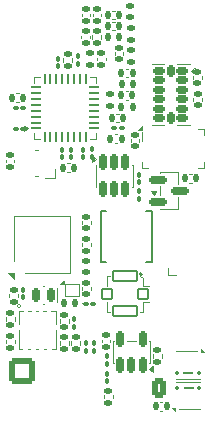
<source format=gbr>
%TF.GenerationSoftware,KiCad,Pcbnew,9.0.1*%
%TF.CreationDate,2025-11-18T22:08:47-05:00*%
%TF.ProjectId,OshEasyMini,4f736845-6173-4794-9d69-6e692e6b6963,rev?*%
%TF.SameCoordinates,Original*%
%TF.FileFunction,Legend,Bot*%
%TF.FilePolarity,Positive*%
%FSLAX46Y46*%
G04 Gerber Fmt 4.6, Leading zero omitted, Abs format (unit mm)*
G04 Created by KiCad (PCBNEW 9.0.1) date 2025-11-18 22:08:47*
%MOMM*%
%LPD*%
G01*
G04 APERTURE LIST*
G04 Aperture macros list*
%AMRoundRect*
0 Rectangle with rounded corners*
0 $1 Rounding radius*
0 $2 $3 $4 $5 $6 $7 $8 $9 X,Y pos of 4 corners*
0 Add a 4 corners polygon primitive as box body*
4,1,4,$2,$3,$4,$5,$6,$7,$8,$9,$2,$3,0*
0 Add four circle primitives for the rounded corners*
1,1,$1+$1,$2,$3*
1,1,$1+$1,$4,$5*
1,1,$1+$1,$6,$7*
1,1,$1+$1,$8,$9*
0 Add four rect primitives between the rounded corners*
20,1,$1+$1,$2,$3,$4,$5,0*
20,1,$1+$1,$4,$5,$6,$7,0*
20,1,$1+$1,$6,$7,$8,$9,0*
20,1,$1+$1,$8,$9,$2,$3,0*%
%AMFreePoly0*
4,1,17,1.515000,0.170000,0.915000,0.170000,0.915000,-0.080000,1.515000,-0.080000,1.515000,-0.480000,0.915000,-0.480000,0.915000,-0.505000,-0.395000,-0.505000,-0.395000,-1.005000,-0.825000,-1.005000,-0.825000,-0.625000,-0.915000,-0.625000,-0.915000,0.505000,0.815000,0.505000,0.815000,0.570000,1.515000,0.570000,1.515000,0.170000,1.515000,0.170000,$1*%
%AMFreePoly1*
4,1,17,-0.395000,0.505000,0.915000,0.505000,0.915000,0.480000,1.515000,0.480000,1.515000,0.080000,0.915000,0.080000,0.915000,-0.170000,1.515000,-0.170000,1.515000,-0.570000,0.815000,-0.570000,0.815000,-0.505000,-0.915000,-0.505000,-0.915000,0.625000,-0.825000,0.625000,-0.825000,1.005000,-0.395000,1.005000,-0.395000,0.505000,-0.395000,0.505000,$1*%
%AMFreePoly2*
4,1,15,1.100000,0.175000,0.750000,0.175000,0.750000,-0.175000,1.100000,-0.175000,1.100000,-0.475000,0.750000,-0.475000,-0.750000,-0.475000,-1.100000,-0.475000,-1.100000,-0.175000,-0.750000,-0.175000,-0.750000,0.175000,-1.100000,0.175000,-1.100000,0.475000,1.100000,0.475000,1.100000,0.175000,1.100000,0.175000,$1*%
G04 Aperture macros list end*
%ADD10C,0.120000*%
%ADD11C,0.100000*%
%ADD12C,0.152400*%
%ADD13C,1.100000*%
%ADD14RoundRect,0.249999X-0.850001X-0.850001X0.850001X-0.850001X0.850001X0.850001X-0.850001X0.850001X0*%
%ADD15C,2.200000*%
%ADD16RoundRect,0.250000X0.350000X0.625000X-0.350000X0.625000X-0.350000X-0.625000X0.350000X-0.625000X0*%
%ADD17O,1.200000X1.750000*%
%ADD18C,4.700000*%
%ADD19RoundRect,0.140000X0.140000X0.170000X-0.140000X0.170000X-0.140000X-0.170000X0.140000X-0.170000X0*%
%ADD20RoundRect,0.150000X0.150000X0.450000X-0.150000X0.450000X-0.150000X-0.450000X0.150000X-0.450000X0*%
%ADD21RoundRect,0.100000X0.100000X-0.130000X0.100000X0.130000X-0.100000X0.130000X-0.100000X-0.130000X0*%
%ADD22RoundRect,0.135000X-0.185000X0.135000X-0.185000X-0.135000X0.185000X-0.135000X0.185000X0.135000X0*%
%ADD23RoundRect,0.135000X0.185000X-0.135000X0.185000X0.135000X-0.185000X0.135000X-0.185000X-0.135000X0*%
%ADD24RoundRect,0.140000X0.170000X-0.140000X0.170000X0.140000X-0.170000X0.140000X-0.170000X-0.140000X0*%
%ADD25R,0.550000X0.950000*%
%ADD26RoundRect,0.140000X-0.140000X-0.170000X0.140000X-0.170000X0.140000X0.170000X-0.140000X0.170000X0*%
%ADD27RoundRect,0.100000X-0.100000X0.130000X-0.100000X-0.130000X0.100000X-0.130000X0.100000X0.130000X0*%
%ADD28RoundRect,0.147500X0.172500X-0.147500X0.172500X0.147500X-0.172500X0.147500X-0.172500X-0.147500X0*%
%ADD29RoundRect,0.140000X-0.170000X0.140000X-0.170000X-0.140000X0.170000X-0.140000X0.170000X0.140000X0*%
%ADD30RoundRect,0.100000X-0.400000X0.400000X-0.400000X-0.400000X0.400000X-0.400000X0.400000X0.400000X0*%
%ADD31RoundRect,0.105000X-0.995000X0.420000X-0.995000X-0.420000X0.995000X-0.420000X0.995000X0.420000X0*%
%ADD32RoundRect,0.100000X0.130000X0.100000X-0.130000X0.100000X-0.130000X-0.100000X0.130000X-0.100000X0*%
%ADD33RoundRect,0.147500X0.147500X0.172500X-0.147500X0.172500X-0.147500X-0.172500X0.147500X-0.172500X0*%
%ADD34RoundRect,0.147500X-0.147500X-0.172500X0.147500X-0.172500X0.147500X0.172500X-0.147500X0.172500X0*%
%ADD35R,0.304800X0.762000*%
%ADD36R,3.098800X2.387600*%
%ADD37R,0.350000X0.760000*%
%ADD38FreePoly0,270.000000*%
%ADD39FreePoly1,270.000000*%
%ADD40R,2.000000X5.080000*%
%ADD41RoundRect,0.150000X-0.150000X0.512500X-0.150000X-0.512500X0.150000X-0.512500X0.150000X0.512500X0*%
%ADD42FreePoly2,180.000000*%
%ADD43RoundRect,0.075000X0.100000X0.075000X-0.100000X0.075000X-0.100000X-0.075000X0.100000X-0.075000X0*%
%ADD44RoundRect,0.058750X0.376250X0.058750X-0.376250X0.058750X-0.376250X-0.058750X0.376250X-0.058750X0*%
%ADD45RoundRect,0.150000X0.325000X0.150000X-0.325000X0.150000X-0.325000X-0.150000X0.325000X-0.150000X0*%
%ADD46RoundRect,0.150000X0.150000X0.325000X-0.150000X0.325000X-0.150000X-0.325000X0.150000X-0.325000X0*%
%ADD47RoundRect,0.150000X-0.587500X-0.150000X0.587500X-0.150000X0.587500X0.150000X-0.587500X0.150000X0*%
%ADD48RoundRect,0.100000X-0.130000X-0.100000X0.130000X-0.100000X0.130000X0.100000X-0.130000X0.100000X0*%
%ADD49C,0.370000*%
%ADD50C,0.990600*%
%ADD51C,0.787400*%
%ADD52RoundRect,0.150000X0.150000X-0.512500X0.150000X0.512500X-0.150000X0.512500X-0.150000X-0.512500X0*%
%ADD53R,0.180000X0.250000*%
%ADD54R,0.900000X0.800000*%
%ADD55RoundRect,0.062500X-0.375000X-0.062500X0.375000X-0.062500X0.375000X0.062500X-0.375000X0.062500X0*%
%ADD56RoundRect,0.062500X-0.062500X-0.375000X0.062500X-0.375000X0.062500X0.375000X-0.062500X0.375000X0*%
%ADD57R,3.450000X3.450000*%
%ADD58FreePoly2,0.000000*%
%ADD59RoundRect,0.075000X-0.100000X-0.075000X0.100000X-0.075000X0.100000X0.075000X-0.100000X0.075000X0*%
%ADD60RoundRect,0.058750X-0.376250X-0.058750X0.376250X-0.058750X0.376250X0.058750X-0.376250X0.058750X0*%
G04 APERTURE END LIST*
D10*
%TO.C,C42*%
X99487342Y-31320235D02*
X99271670Y-31320235D01*
X99487342Y-32040235D02*
X99271670Y-32040235D01*
%TO.C,Y2*%
X93470203Y-54597890D02*
X93390203Y-54597890D01*
X93470203Y-56117890D02*
X93390203Y-56117890D01*
X94590203Y-54757890D02*
X94590203Y-55957890D01*
%TO.C,C39*%
X100623728Y-36220123D02*
X100408056Y-36220123D01*
X100623728Y-36940123D02*
X100408056Y-36940123D01*
%TO.C,R15*%
X94810000Y-57426359D02*
X94810000Y-57733641D01*
X95570000Y-57426359D02*
X95570000Y-57733641D01*
%TO.C,R54*%
X96662106Y-51254896D02*
X96662106Y-50947614D01*
X97422106Y-51254896D02*
X97422106Y-50947614D01*
%TO.C,C41*%
X99483127Y-32237834D02*
X99267455Y-32237834D01*
X99483127Y-32957834D02*
X99267455Y-32957834D01*
%TO.C,C7*%
X106110391Y-37070967D02*
X106110391Y-36855295D01*
X106830391Y-37070967D02*
X106830391Y-36855295D01*
%TO.C,U4*%
X101813365Y-41609904D02*
X101813364Y-42359904D01*
X101813365Y-44109904D02*
X101813365Y-44609904D01*
X101813365Y-44609904D02*
X102313365Y-44609904D01*
X106513365Y-44609904D02*
X107013365Y-44609904D01*
X107013365Y-41309904D02*
X106513365Y-41309904D01*
X107013365Y-41809904D02*
X107013365Y-41309904D01*
X107013365Y-44609904D02*
X107013365Y-44109904D01*
X101813365Y-41409904D02*
X101453364Y-41409904D01*
X101813364Y-41049904D01*
X101813365Y-41409904D01*
G36*
X101813365Y-41409904D02*
G01*
X101453364Y-41409904D01*
X101813364Y-41049904D01*
X101813365Y-41409904D01*
G37*
%TO.C,C27*%
X99462164Y-41770000D02*
X99677836Y-41770000D01*
X99462164Y-42490000D02*
X99677836Y-42490000D01*
%TO.C,C9*%
X100840000Y-42387836D02*
X100840000Y-42172164D01*
X101560000Y-42387836D02*
X101560000Y-42172164D01*
%TO.C,C13*%
X91123142Y-38300977D02*
X91338814Y-38300977D01*
X91123142Y-39020977D02*
X91338814Y-39020977D01*
%TO.C,C37*%
X100378413Y-38102500D02*
X100594085Y-38102500D01*
X100378413Y-38822500D02*
X100594085Y-38822500D01*
%TO.C,R19*%
X90520000Y-55580725D02*
X90520000Y-55273443D01*
X91280000Y-55580725D02*
X91280000Y-55273443D01*
%TO.C,C52*%
X96701441Y-54724317D02*
X96701441Y-54939989D01*
X97421441Y-54724317D02*
X97421441Y-54939989D01*
%TO.C,J5*%
X98826594Y-53770378D02*
X98826594Y-54570378D01*
X98826594Y-55970378D02*
X98826594Y-56770378D01*
X98826594Y-56770378D02*
X99026594Y-56770378D01*
X99026594Y-53770378D02*
X98826594Y-53770378D01*
X101626594Y-56770378D02*
X101826594Y-56770378D01*
X101826594Y-53970378D02*
X101626594Y-53770378D01*
X101826594Y-54570378D02*
X101826594Y-53970378D01*
X101826594Y-54570378D02*
X102326594Y-54570378D01*
X101826594Y-55970378D02*
X102326594Y-55970378D01*
X101826594Y-56770378D02*
X101826594Y-55970378D01*
%TO.C,C36*%
X97598005Y-31562931D02*
X97598005Y-31778603D01*
X98318005Y-31562931D02*
X98318005Y-31778603D01*
D11*
%TO.C,D6*%
X96791183Y-56071328D02*
G75*
G02*
X96691185Y-56071328I-49999J0D01*
G01*
X96691185Y-56071328D02*
G75*
G02*
X96791183Y-56071328I49999J0D01*
G01*
D10*
%TO.C,R12*%
X95126249Y-35308859D02*
X95126249Y-35616141D01*
X95886249Y-35308859D02*
X95886249Y-35616141D01*
D12*
%TO.C,U19*%
X98278150Y-48246800D02*
X98764560Y-48246800D01*
X98278150Y-52590200D02*
X98278150Y-48246800D01*
X98764560Y-52590200D02*
X98278150Y-52590200D01*
X102135140Y-48246800D02*
X102621550Y-48246800D01*
X102621550Y-48246800D02*
X102621550Y-52590200D01*
X102621550Y-52590200D02*
X102135140Y-52590200D01*
X101751600Y-53618900D02*
G75*
G02*
X101548400Y-53618900I-101600J0D01*
G01*
X101548400Y-53618900D02*
G75*
G02*
X101751600Y-53618900I101600J0D01*
G01*
D11*
%TO.C,U20*%
X91318463Y-56703325D02*
X91318463Y-58103325D01*
X91318463Y-58103325D02*
X91318463Y-59903325D01*
X91318463Y-59903325D02*
X94518463Y-59903325D01*
X94518463Y-56703325D02*
X91318463Y-56703325D01*
X94518463Y-59903325D02*
X94518463Y-56703325D01*
X91509884Y-56303325D02*
G75*
G02*
X91227042Y-56303325I-141421J0D01*
G01*
X91227042Y-56303325D02*
G75*
G02*
X91509884Y-56303325I141421J0D01*
G01*
D10*
%TO.C,C31*%
X96646249Y-33434664D02*
X96646249Y-33650336D01*
X97366249Y-33434664D02*
X97366249Y-33650336D01*
%TO.C,U2*%
X97859999Y-44377500D02*
X97859999Y-46197500D01*
X97859999Y-46197500D02*
X97909999Y-46197500D01*
X97909999Y-44377500D02*
X97859999Y-44377500D01*
X100929999Y-46197500D02*
X100979999Y-46197500D01*
X100979999Y-44377500D02*
X100929999Y-44377500D01*
X100979999Y-46197500D02*
X100979999Y-44377500D01*
X97909999Y-43837500D02*
X97579999Y-44077500D01*
X97579999Y-43597500D01*
X97909999Y-43837500D01*
G36*
X97909999Y-43837500D02*
G01*
X97579999Y-44077500D01*
X97579999Y-43597500D01*
X97909999Y-43837500D01*
G37*
%TO.C,R21*%
X98538131Y-64128951D02*
X98538131Y-63821669D01*
X99298131Y-64128951D02*
X99298131Y-63821669D01*
%TO.C,C43*%
X96708908Y-49348362D02*
X96708908Y-49132690D01*
X97428908Y-49348362D02*
X97428908Y-49132690D01*
%TO.C,C33*%
X99818909Y-40008044D02*
X99603237Y-40008044D01*
X99818909Y-40728044D02*
X99603237Y-40728044D01*
%TO.C,C38*%
X99460660Y-35031932D02*
X99460660Y-34816260D01*
X100180660Y-35031932D02*
X100180660Y-34816260D01*
%TO.C,Q3*%
X104683812Y-62448127D02*
X106683812Y-62448127D01*
X106453812Y-60148127D02*
X104683812Y-60148127D01*
X107053812Y-60238127D02*
X106773812Y-60238127D01*
X106773812Y-59958127D01*
X107053812Y-60238127D01*
G36*
X107053812Y-60238127D02*
G01*
X106773812Y-60238127D01*
X106773812Y-59958127D01*
X107053812Y-60238127D01*
G37*
%TO.C,U3*%
X102590000Y-35790000D02*
X102590000Y-35840001D01*
X102590000Y-40959999D02*
X102590000Y-41010000D01*
X102590000Y-41010000D02*
X103640000Y-41010000D01*
X103640000Y-35790000D02*
X102590000Y-35790000D01*
X104760000Y-41010000D02*
X105810000Y-41010000D01*
X105810000Y-35790000D02*
X104760000Y-35790000D01*
X105810000Y-35840001D02*
X105810000Y-35790000D01*
X105810000Y-41010000D02*
X105810000Y-40959999D01*
X106270000Y-36640000D02*
X105940000Y-36400000D01*
X106270000Y-36160000D01*
X106270000Y-36640000D01*
G36*
X106270000Y-36640000D02*
G01*
X105940000Y-36400000D01*
X106270000Y-36160000D01*
X106270000Y-36640000D01*
G37*
%TO.C,R18*%
X95783770Y-59601015D02*
X95783770Y-59293733D01*
X96543770Y-59601015D02*
X96543770Y-59293733D01*
%TO.C,U6*%
X103290000Y-44990000D02*
X103290000Y-45040000D01*
X103290000Y-46160000D02*
X103290000Y-46940000D01*
X103290000Y-48060000D02*
X103290000Y-48110000D01*
X103290000Y-48110000D02*
X104810000Y-48110000D01*
X104810000Y-44990000D02*
X103290000Y-44990000D01*
X104810000Y-45990000D02*
X104810000Y-44990000D01*
X104810000Y-48110000D02*
X104810000Y-47110000D01*
X102750000Y-46930000D02*
X102510000Y-46600000D01*
X102990000Y-46600000D01*
X102750000Y-46930000D01*
G36*
X102750000Y-46930000D02*
G01*
X102510000Y-46600000D01*
X102990000Y-46600000D01*
X102750000Y-46930000D01*
G37*
%TO.C,R16*%
X90234999Y-57257368D02*
X90234999Y-57564650D01*
X90994999Y-57257368D02*
X90994999Y-57564650D01*
%TO.C,C25*%
X90240000Y-44127836D02*
X90240000Y-43912164D01*
X90960000Y-44127836D02*
X90960000Y-43912164D01*
%TO.C,C8*%
X106123237Y-38706137D02*
X106123237Y-38921809D01*
X106843237Y-38706137D02*
X106843237Y-38921809D01*
%TO.C,C26*%
X95670906Y-44230231D02*
X95455234Y-44230231D01*
X95670906Y-44950231D02*
X95455234Y-44950231D01*
%TO.C,U1*%
X90909541Y-48705000D02*
X90909541Y-52495000D01*
X91909541Y-53495000D02*
X95699541Y-53495000D01*
X95699541Y-48705000D02*
X90909541Y-48705000D01*
X95699541Y-53495000D02*
X95699541Y-48705000D01*
X90909541Y-53995000D02*
X90409541Y-53495000D01*
X90909541Y-53495000D01*
X90909541Y-53995000D01*
G36*
X90909541Y-53995000D02*
G01*
X90409541Y-53495000D01*
X90909541Y-53495000D01*
X90909541Y-53995000D01*
G37*
%TO.C,J1*%
X103995000Y-53050000D02*
X103995000Y-53685000D01*
X103995000Y-53685000D02*
X104630000Y-53685000D01*
%TO.C,U17*%
X99322500Y-59290000D02*
X99322500Y-61110000D01*
X99322500Y-61110000D02*
X99372500Y-61110000D01*
X99372500Y-59290000D02*
X99322500Y-59290000D01*
X101272500Y-59290000D02*
X100492500Y-59290000D01*
X102392500Y-61110000D02*
X102442500Y-61110000D01*
X102442500Y-59290000D02*
X102392500Y-59290000D01*
X102442500Y-61110000D02*
X102442500Y-59290000D01*
X102722500Y-61890000D02*
X102392500Y-61650000D01*
X102722500Y-61410000D01*
X102722500Y-61890000D01*
G36*
X102722500Y-61890000D02*
G01*
X102392500Y-61650000D01*
X102722500Y-61410000D01*
X102722500Y-61890000D01*
G37*
%TO.C,FL1*%
X95277552Y-54464314D02*
X96477552Y-54464314D01*
X95277552Y-55464312D02*
X95277552Y-54464314D01*
X96477552Y-54464314D02*
X96477552Y-55464312D01*
X96477552Y-55464312D02*
X95277552Y-55464312D01*
X95127552Y-54464314D02*
X94847552Y-54464314D01*
X95127552Y-54184313D01*
X95127552Y-54464314D01*
G36*
X95127552Y-54464314D02*
G01*
X94847552Y-54464314D01*
X95127552Y-54184313D01*
X95127552Y-54464314D01*
G37*
%TO.C,Y1*%
X92960000Y-43090000D02*
X92740000Y-43090000D01*
X92960000Y-45310000D02*
X92740000Y-45310000D01*
X93600000Y-45490000D02*
X94390000Y-45490000D01*
X94390000Y-44700000D02*
X94390000Y-45490000D01*
%TO.C,C35*%
X96657289Y-31561654D02*
X96657289Y-31777326D01*
X97377289Y-31561654D02*
X97377289Y-31777326D01*
%TO.C,R13*%
X94807660Y-59591164D02*
X94807660Y-59283882D01*
X95567660Y-59591164D02*
X95567660Y-59283882D01*
%TO.C,C40*%
X97974962Y-35281281D02*
X97974962Y-35496953D01*
X98694962Y-35281281D02*
X98694962Y-35496953D01*
%TO.C,C10*%
X106007836Y-45140000D02*
X105792164Y-45140000D01*
X106007836Y-45860000D02*
X105792164Y-45860000D01*
%TO.C,R37*%
X102700000Y-60683640D02*
X102700000Y-60376358D01*
X103460000Y-60683640D02*
X103460000Y-60376358D01*
%TO.C,C20*%
X98360000Y-59377836D02*
X98360000Y-59162164D01*
X99080000Y-59377836D02*
X99080000Y-59162164D01*
%TO.C,C21*%
X103292164Y-64440000D02*
X103507836Y-64440000D01*
X103292164Y-65160000D02*
X103507836Y-65160000D01*
%TO.C,U8*%
X92665000Y-36915000D02*
X92665000Y-37390000D01*
X92665000Y-41660000D02*
X92665000Y-42135000D01*
X92665000Y-42135000D02*
X93140000Y-42135000D01*
X93140000Y-36915000D02*
X92665000Y-36915000D01*
X97410000Y-42135000D02*
X97885000Y-42135000D01*
X97885000Y-36915000D02*
X97410000Y-36915000D01*
X97885000Y-37390000D02*
X97885000Y-36915000D01*
X97885000Y-42135000D02*
X97885000Y-41660000D01*
X92135000Y-41275000D02*
X91805000Y-41515000D01*
X91805000Y-41035000D01*
X92135000Y-41275000D01*
G36*
X92135000Y-41275000D02*
G01*
X91805000Y-41515000D01*
X91805000Y-41035000D01*
X92135000Y-41275000D01*
G37*
%TO.C,Q1*%
X104910271Y-65025000D02*
X106680271Y-65025000D01*
X106680271Y-62725000D02*
X104680271Y-62725000D01*
X104590271Y-65215000D02*
X104310271Y-64935000D01*
X104590271Y-64935000D01*
X104590271Y-65215000D01*
G36*
X104590271Y-65215000D02*
G01*
X104310271Y-64935000D01*
X104590271Y-64935000D01*
X104590271Y-65215000D01*
G37*
%TO.C,R14*%
X90234999Y-59474650D02*
X90234999Y-59167368D01*
X90994999Y-59474650D02*
X90994999Y-59167368D01*
%TO.C,R48*%
X97566249Y-33368859D02*
X97566249Y-33676141D01*
X98326249Y-33368859D02*
X98326249Y-33676141D01*
%TD*%
%LPC*%
D13*
%TO.C,J4*%
X91620000Y-64390000D03*
X94160000Y-64390000D03*
X96700000Y-64390000D03*
D14*
X91620000Y-61850000D03*
D15*
X94160000Y-61850000D03*
X96700000Y-61850000D03*
%TD*%
D16*
%TO.C,J6*%
X103180000Y-63250000D03*
D17*
X101180000Y-63250000D03*
%TD*%
D18*
%TO.C,H2*%
X92600000Y-32600000D03*
%TD*%
%TO.C,H1*%
X104600000Y-57350000D03*
%TD*%
D19*
%TO.C,C42*%
X99859506Y-31680235D03*
X98899506Y-31680235D03*
%TD*%
D20*
%TO.C,Y2*%
X94030203Y-55357890D03*
X92830203Y-55357890D03*
%TD*%
D19*
%TO.C,C39*%
X100995892Y-36580123D03*
X100035892Y-36580123D03*
%TD*%
D21*
%TO.C,R59*%
X98840000Y-61220000D03*
X98840000Y-60580000D03*
%TD*%
%TO.C,R9*%
X101560000Y-47230000D03*
X101560000Y-46590000D03*
%TD*%
D22*
%TO.C,R15*%
X95190000Y-57070000D03*
X95190000Y-58090000D03*
%TD*%
D23*
%TO.C,R54*%
X97042106Y-51611254D03*
X97042106Y-50591256D03*
%TD*%
D19*
%TO.C,C41*%
X99855291Y-32597834D03*
X98895291Y-32597834D03*
%TD*%
D24*
%TO.C,C7*%
X106470391Y-37443131D03*
X106470391Y-36483131D03*
%TD*%
D25*
%TO.C,U4*%
X102538365Y-41884904D03*
X103788365Y-41884904D03*
X105038365Y-41884904D03*
X106288365Y-41884904D03*
X106288365Y-44034904D03*
X105038365Y-44034904D03*
X103788365Y-44034904D03*
X102538365Y-44034904D03*
%TD*%
D26*
%TO.C,C27*%
X99090000Y-42130000D03*
X100050000Y-42130000D03*
%TD*%
D27*
%TO.C,R4*%
X96042992Y-57445294D03*
X96042992Y-58085294D03*
%TD*%
D21*
%TO.C,C50*%
X95030356Y-43724934D03*
X95030356Y-43084934D03*
%TD*%
D28*
%TO.C,L2*%
X97408749Y-35862499D03*
X97408749Y-34892499D03*
%TD*%
D24*
%TO.C,C9*%
X101200000Y-42760000D03*
X101200000Y-41800000D03*
%TD*%
D26*
%TO.C,C13*%
X90750978Y-38660977D03*
X91710978Y-38660977D03*
%TD*%
D21*
%TO.C,C51*%
X96790000Y-43700000D03*
X96790000Y-43060000D03*
%TD*%
D26*
%TO.C,C37*%
X100006249Y-38462500D03*
X100966249Y-38462500D03*
%TD*%
D28*
%TO.C,L1*%
X99106249Y-39362500D03*
X99106249Y-38392500D03*
%TD*%
D23*
%TO.C,R19*%
X90900000Y-55937083D03*
X90900000Y-54917085D03*
%TD*%
D29*
%TO.C,C52*%
X97061441Y-54352153D03*
X97061441Y-55312153D03*
%TD*%
D30*
%TO.C,J5*%
X98826594Y-55270378D03*
D31*
X100326594Y-56745379D03*
D30*
X101826594Y-55270378D03*
D31*
X100326594Y-53795377D03*
%TD*%
D21*
%TO.C,R5*%
X91737569Y-55548425D03*
X91737569Y-54908425D03*
%TD*%
D32*
%TO.C,C49*%
X100079899Y-41200000D03*
X99439899Y-41200000D03*
%TD*%
D29*
%TO.C,C36*%
X97958005Y-31190767D03*
X97958005Y-32150767D03*
%TD*%
D33*
%TO.C,D6*%
X96136185Y-56071328D03*
X95166185Y-56071328D03*
%TD*%
D34*
%TO.C,L6*%
X98870408Y-33536292D03*
X99840408Y-33536292D03*
%TD*%
D22*
%TO.C,R12*%
X95506249Y-34952501D03*
X95506249Y-35972499D03*
%TD*%
D35*
%TO.C,U19*%
X101650000Y-52387000D03*
X100849900Y-52387000D03*
X100049800Y-52387000D03*
X99249700Y-52387000D03*
X99249700Y-48450000D03*
X100049800Y-48450000D03*
X100849900Y-48450000D03*
X101650000Y-48450000D03*
D36*
X100449850Y-50418500D03*
%TD*%
D27*
%TO.C,C48*%
X94677814Y-35353629D03*
X94677814Y-35993629D03*
%TD*%
D37*
%TO.C,U20*%
X91943463Y-56783325D03*
X92593463Y-56783325D03*
X93243463Y-56783325D03*
X93893463Y-56783325D03*
D38*
X92223463Y-58748325D03*
D39*
X93613463Y-58748325D03*
%TD*%
D40*
%TO.C,J3*%
X103600000Y-32800000D03*
%TD*%
D29*
%TO.C,C31*%
X97006249Y-33062500D03*
X97006249Y-34022500D03*
%TD*%
D41*
%TO.C,U2*%
X98470000Y-44150000D03*
X99419999Y-44150000D03*
X100369998Y-44150000D03*
X100369998Y-46425000D03*
X99419999Y-46425000D03*
X98470000Y-46425000D03*
%TD*%
D27*
%TO.C,R1*%
X101550000Y-45175000D03*
X101550000Y-45815000D03*
%TD*%
%TO.C,R46*%
X96992341Y-59471811D03*
X96992341Y-60111811D03*
%TD*%
D23*
%TO.C,R21*%
X98918131Y-64485309D03*
X98918131Y-63465311D03*
%TD*%
D24*
%TO.C,C43*%
X97068908Y-49720526D03*
X97068908Y-48760526D03*
%TD*%
D19*
%TO.C,C33*%
X100191073Y-40368044D03*
X99231073Y-40368044D03*
%TD*%
D24*
%TO.C,C38*%
X99820660Y-35404096D03*
X99820660Y-34444096D03*
%TD*%
D42*
%TO.C,Q3*%
X105683812Y-60973127D03*
D43*
X106608812Y-61948127D03*
D44*
X105643812Y-61948127D03*
D43*
X104758812Y-61948127D03*
%TD*%
D21*
%TO.C,C47*%
X95737384Y-43713246D03*
X95737384Y-43073246D03*
%TD*%
D33*
%TO.C,L4*%
X101026826Y-37522156D03*
X100056826Y-37522156D03*
%TD*%
D45*
%TO.C,U3*%
X105200000Y-36400000D03*
X105200000Y-37200000D03*
X105200000Y-38000000D03*
X105200000Y-38800000D03*
X105200000Y-39600000D03*
X105200000Y-40400000D03*
D46*
X104200000Y-40400001D03*
D45*
X103200000Y-40400000D03*
X103200000Y-39600000D03*
X103200000Y-38800000D03*
X103200000Y-38000000D03*
X103200000Y-37200000D03*
X103200000Y-36400000D03*
D46*
X104200000Y-36399999D03*
%TD*%
D28*
%TO.C,L7*%
X100806249Y-33747500D03*
X100806249Y-32777500D03*
%TD*%
%TO.C,L5*%
X100806249Y-35632500D03*
X100806249Y-34662500D03*
%TD*%
D23*
%TO.C,R18*%
X96163770Y-59957373D03*
X96163770Y-58937375D03*
%TD*%
D47*
%TO.C,U6*%
X103112500Y-47500000D03*
X103112500Y-45600000D03*
X104987501Y-46550000D03*
%TD*%
D27*
%TO.C,C29*%
X96325350Y-35169319D03*
X96325350Y-35809319D03*
%TD*%
D22*
%TO.C,R16*%
X90614999Y-56901009D03*
X90614999Y-57921009D03*
%TD*%
D24*
%TO.C,C25*%
X90600000Y-44500000D03*
X90600000Y-43540000D03*
%TD*%
D48*
%TO.C,R56*%
X97003630Y-56131971D03*
X97643630Y-56131971D03*
%TD*%
D29*
%TO.C,C8*%
X106483237Y-38333973D03*
X106483237Y-39293973D03*
%TD*%
D21*
%TO.C,R47*%
X97694626Y-60096616D03*
X97694626Y-59456616D03*
%TD*%
D19*
%TO.C,C26*%
X96043070Y-44590231D03*
X95083070Y-44590231D03*
%TD*%
D49*
%TO.C,U1*%
X91304541Y-53100000D03*
X91804541Y-53100000D03*
X92304541Y-53100000D03*
X92804541Y-53100000D03*
X93304541Y-53100001D03*
X93804541Y-53100000D03*
X94304541Y-53100000D03*
X94804541Y-53100000D03*
X95304541Y-53100000D03*
X91304541Y-52600000D03*
X91804541Y-52600000D03*
X94804541Y-52600000D03*
X95304541Y-52600000D03*
X91304541Y-52100000D03*
X92304541Y-52100000D03*
X92804541Y-52100000D03*
X93304541Y-52100000D03*
X93804541Y-52100000D03*
X94304541Y-52100000D03*
X95304541Y-52100000D03*
X91304541Y-51600000D03*
X91804541Y-51600000D03*
X95304541Y-51600000D03*
X91304540Y-51100000D03*
X91804541Y-51100000D03*
X92304541Y-51100000D03*
X92804542Y-51100000D03*
X94304541Y-51100000D03*
X95304542Y-51100000D03*
X91304541Y-50600000D03*
X92304541Y-50600000D03*
X92804541Y-50600000D03*
X94304541Y-50600000D03*
X95304541Y-50600000D03*
X91304541Y-50100000D03*
X92304541Y-50100000D03*
X92804541Y-50100000D03*
X93304541Y-50100000D03*
X93804541Y-50100000D03*
X94304541Y-50100000D03*
X95304541Y-50100000D03*
X91304541Y-49600000D03*
X94804541Y-49600000D03*
X95304541Y-49600000D03*
X91304541Y-49100000D03*
X91804541Y-49100000D03*
X92304541Y-49100000D03*
X92804541Y-49100000D03*
X93304541Y-49099999D03*
X93804541Y-49100000D03*
X94304541Y-49100000D03*
X94804541Y-49100000D03*
X95304541Y-49100000D03*
%TD*%
D50*
%TO.C,J1*%
X105265000Y-54320000D03*
X104249000Y-49240000D03*
X106281000Y-49240000D03*
D51*
X104630000Y-53050000D03*
X105900000Y-53050000D03*
X104630000Y-51780000D03*
X105900000Y-51780000D03*
X104630000Y-50510000D03*
X105900000Y-50510000D03*
%TD*%
D52*
%TO.C,U17*%
X101832500Y-61337500D03*
X100882500Y-61337500D03*
X99932500Y-61337500D03*
X99932500Y-59062500D03*
X101832500Y-59062500D03*
%TD*%
D48*
%TO.C,C32*%
X91097455Y-41311201D03*
X91737455Y-41311201D03*
%TD*%
D53*
%TO.C,FL1*%
X95492552Y-54964313D03*
X95877552Y-54714313D03*
X96262552Y-54714313D03*
X96262552Y-55214313D03*
X95877552Y-55214313D03*
%TD*%
D27*
%TO.C,R52*%
X98840000Y-62030000D03*
X98840000Y-62670000D03*
%TD*%
D54*
%TO.C,Y1*%
X93675000Y-44825000D03*
X92025000Y-44825000D03*
X92025000Y-43575000D03*
X93675000Y-43575000D03*
%TD*%
D29*
%TO.C,C35*%
X97017289Y-31189490D03*
X97017289Y-32149490D03*
%TD*%
D28*
%TO.C,FB2*%
X97059974Y-53456571D03*
X97059974Y-52486571D03*
%TD*%
%TO.C,L8*%
X100795707Y-31851209D03*
X100795707Y-30881209D03*
%TD*%
D23*
%TO.C,R13*%
X95187660Y-59947523D03*
X95187660Y-58927523D03*
%TD*%
D21*
%TO.C,C30*%
X97514460Y-43690672D03*
X97514460Y-43050672D03*
%TD*%
D29*
%TO.C,C40*%
X98334962Y-34909117D03*
X98334962Y-35869117D03*
%TD*%
D34*
%TO.C,L3*%
X100025425Y-39427157D03*
X100995425Y-39427157D03*
%TD*%
D48*
%TO.C,C34*%
X91088777Y-39514107D03*
X91728777Y-39514107D03*
%TD*%
D19*
%TO.C,C10*%
X106380000Y-45500000D03*
X105420000Y-45500000D03*
%TD*%
D23*
%TO.C,R37*%
X103080000Y-61039998D03*
X103080000Y-60020000D03*
%TD*%
D24*
%TO.C,C20*%
X98720000Y-59750000D03*
X98720000Y-58790000D03*
%TD*%
D26*
%TO.C,C21*%
X102920000Y-64800000D03*
X103880000Y-64800000D03*
%TD*%
D55*
%TO.C,U8*%
X92837500Y-41275000D03*
X92837500Y-40775000D03*
X92837500Y-40275000D03*
X92837500Y-39775000D03*
X92837500Y-39275000D03*
X92837500Y-38775000D03*
X92837500Y-38275000D03*
X92837500Y-37775000D03*
D56*
X93525000Y-37087500D03*
X94025000Y-37087500D03*
X94525000Y-37087500D03*
X95025000Y-37087500D03*
X95525000Y-37087500D03*
X96025000Y-37087500D03*
X96525000Y-37087500D03*
X97025000Y-37087500D03*
D55*
X97712500Y-37775000D03*
X97712500Y-38275000D03*
X97712500Y-38775000D03*
X97712500Y-39275000D03*
X97712500Y-39775000D03*
X97712500Y-40275000D03*
X97712500Y-40775000D03*
X97712500Y-41275000D03*
D56*
X97025000Y-41962500D03*
X96525000Y-41962500D03*
X96025000Y-41962500D03*
X95525000Y-41962500D03*
X95025000Y-41962500D03*
X94525000Y-41962500D03*
X94025000Y-41962500D03*
X93525000Y-41962500D03*
D57*
X95275000Y-39525000D03*
%TD*%
D58*
%TO.C,Q1*%
X105680271Y-64200000D03*
D59*
X104755271Y-63225000D03*
D60*
X105720271Y-63225000D03*
D59*
X106605271Y-63225000D03*
%TD*%
D23*
%TO.C,R14*%
X90614999Y-59831009D03*
X90614999Y-58811009D03*
%TD*%
D22*
%TO.C,R48*%
X97946249Y-33012501D03*
X97946249Y-34032499D03*
%TD*%
%LPD*%
M02*

</source>
